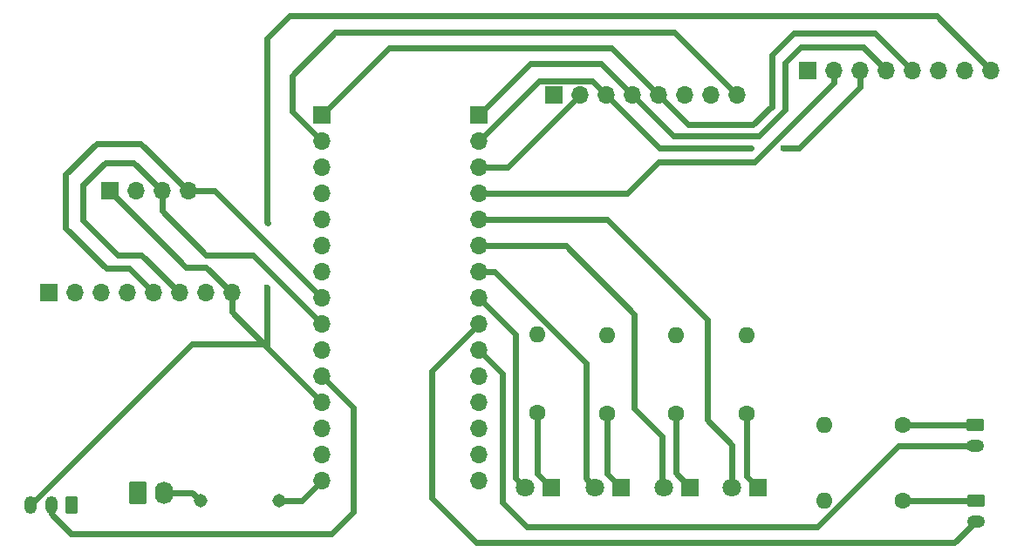
<source format=gbr>
%TF.GenerationSoftware,KiCad,Pcbnew,8.0.8*%
%TF.CreationDate,2025-03-12T21:32:49-06:00*%
%TF.ProjectId,Final_Project_New_Design,46696e61-6c5f-4507-926f-6a6563745f4e,rev?*%
%TF.SameCoordinates,Original*%
%TF.FileFunction,Copper,L1,Top*%
%TF.FilePolarity,Positive*%
%FSLAX46Y46*%
G04 Gerber Fmt 4.6, Leading zero omitted, Abs format (unit mm)*
G04 Created by KiCad (PCBNEW 8.0.8) date 2025-03-12 21:32:49*
%MOMM*%
%LPD*%
G01*
G04 APERTURE LIST*
G04 Aperture macros list*
%AMRoundRect*
0 Rectangle with rounded corners*
0 $1 Rounding radius*
0 $2 $3 $4 $5 $6 $7 $8 $9 X,Y pos of 4 corners*
0 Add a 4 corners polygon primitive as box body*
4,1,4,$2,$3,$4,$5,$6,$7,$8,$9,$2,$3,0*
0 Add four circle primitives for the rounded corners*
1,1,$1+$1,$2,$3*
1,1,$1+$1,$4,$5*
1,1,$1+$1,$6,$7*
1,1,$1+$1,$8,$9*
0 Add four rect primitives between the rounded corners*
20,1,$1+$1,$2,$3,$4,$5,0*
20,1,$1+$1,$4,$5,$6,$7,0*
20,1,$1+$1,$6,$7,$8,$9,0*
20,1,$1+$1,$8,$9,$2,$3,0*%
G04 Aperture macros list end*
%TA.AperFunction,ComponentPad*%
%ADD10C,1.308000*%
%TD*%
%TA.AperFunction,ComponentPad*%
%ADD11R,1.800000X1.800000*%
%TD*%
%TA.AperFunction,ComponentPad*%
%ADD12C,1.800000*%
%TD*%
%TA.AperFunction,ComponentPad*%
%ADD13RoundRect,0.250000X0.350000X0.625000X-0.350000X0.625000X-0.350000X-0.625000X0.350000X-0.625000X0*%
%TD*%
%TA.AperFunction,ComponentPad*%
%ADD14O,1.200000X1.750000*%
%TD*%
%TA.AperFunction,ComponentPad*%
%ADD15C,1.600000*%
%TD*%
%TA.AperFunction,ComponentPad*%
%ADD16O,1.600000X1.600000*%
%TD*%
%TA.AperFunction,ComponentPad*%
%ADD17R,1.700000X1.700000*%
%TD*%
%TA.AperFunction,ComponentPad*%
%ADD18O,1.700000X1.700000*%
%TD*%
%TA.AperFunction,ComponentPad*%
%ADD19RoundRect,0.250000X-0.620000X-0.845000X0.620000X-0.845000X0.620000X0.845000X-0.620000X0.845000X0*%
%TD*%
%TA.AperFunction,ComponentPad*%
%ADD20O,1.740000X2.190000*%
%TD*%
%TA.AperFunction,ComponentPad*%
%ADD21RoundRect,0.250000X-0.625000X0.350000X-0.625000X-0.350000X0.625000X-0.350000X0.625000X0.350000X0*%
%TD*%
%TA.AperFunction,ComponentPad*%
%ADD22O,1.750000X1.200000*%
%TD*%
%TA.AperFunction,ViaPad*%
%ADD23C,0.600000*%
%TD*%
%TA.AperFunction,Conductor*%
%ADD24C,0.600000*%
%TD*%
G04 APERTURE END LIST*
D10*
%TO.P,SW1,1,A*%
%TO.N,Net-(J10-Pin_2)*%
X137450000Y-99500000D03*
%TO.P,SW1,2,B*%
%TO.N,/VIN*%
X145070000Y-99500000D03*
%TD*%
D11*
%TO.P,D3,1,K*%
%TO.N,Net-(D3-K)*%
X178280000Y-98200000D03*
D12*
%TO.P,D3,2,A*%
%TO.N,/HUMIDITY_LED*%
X175740000Y-98200000D03*
%TD*%
D13*
%TO.P,J9,1,Pin_1*%
%TO.N,GND*%
X124950000Y-99860000D03*
D14*
%TO.P,J9,2,Pin_2*%
%TO.N,/EXTERNAL_TEMP*%
X122950000Y-99860000D03*
%TO.P,J9,3,Pin_3*%
%TO.N,+5V*%
X120950000Y-99860000D03*
%TD*%
D15*
%TO.P,R5,1*%
%TO.N,Net-(J3-Pin_1)*%
X205600000Y-99490000D03*
D16*
%TO.P,R5,2*%
%TO.N,GND*%
X197980000Y-99490000D03*
%TD*%
D15*
%TO.P,R4,1*%
%TO.N,Net-(D4-K)*%
X170120000Y-90930000D03*
D16*
%TO.P,R4,2*%
%TO.N,GND*%
X170120000Y-83310000D03*
%TD*%
D17*
%TO.P,J6,1,Pin_1*%
%TO.N,+5V*%
X128620000Y-69340000D03*
D18*
%TO.P,J6,2,Pin_2*%
%TO.N,GND*%
X131160000Y-69340000D03*
%TO.P,J6,3,Pin_3*%
%TO.N,/SCL*%
X133700000Y-69340000D03*
%TO.P,J6,4,Pin_4*%
%TO.N,/SDA*%
X136240000Y-69340000D03*
%TD*%
D19*
%TO.P,J10,1,Pin_1*%
%TO.N,GND*%
X131360000Y-98690000D03*
D20*
%TO.P,J10,2,Pin_2*%
%TO.N,Net-(J10-Pin_2)*%
X133900000Y-98690000D03*
%TD*%
D17*
%TO.P,J5,1,Pin_1*%
%TO.N,unconnected-(J5-Pin_1-Pad1)*%
X171745000Y-60010000D03*
D18*
%TO.P,J5,2,Pin_2*%
%TO.N,/CS0*%
X174285000Y-60010000D03*
%TO.P,J5,3,Pin_3*%
%TO.N,/MOSI*%
X176825000Y-60010000D03*
%TO.P,J5,4,Pin_4*%
%TO.N,/MISO*%
X179365000Y-60010000D03*
%TO.P,J5,5,Pin_5*%
%TO.N,/SCK*%
X181905000Y-60010000D03*
%TO.P,J5,6,Pin_6*%
%TO.N,GND*%
X184445000Y-60010000D03*
%TO.P,J5,7,Pin_7*%
%TO.N,unconnected-(J5-Pin_7-Pad7)*%
X186985000Y-60010000D03*
%TO.P,J5,8,Pin_8*%
%TO.N,+3V3*%
X189525000Y-60010000D03*
%TD*%
D11*
%TO.P,D1,1,K*%
%TO.N,Net-(D1-K)*%
X191580000Y-98200000D03*
D12*
%TO.P,D1,2,A*%
%TO.N,/IMU_LED*%
X189040000Y-98200000D03*
%TD*%
D17*
%TO.P,J8,1,Pin_1*%
%TO.N,unconnected-(J8-Pin_1-Pad1)*%
X122695000Y-79230000D03*
D18*
%TO.P,J8,2,Pin_2*%
%TO.N,unconnected-(J8-Pin_2-Pad2)*%
X125235000Y-79230000D03*
%TO.P,J8,3,Pin_3*%
%TO.N,unconnected-(J8-Pin_3-Pad3)*%
X127775000Y-79230000D03*
%TO.P,J8,4,Pin_4*%
%TO.N,unconnected-(J8-Pin_4-Pad4)*%
X130315000Y-79230000D03*
%TO.P,J8,5,Pin_5*%
%TO.N,/SDA*%
X132855000Y-79230000D03*
%TO.P,J8,6,Pin_6*%
%TO.N,/SCL*%
X135395000Y-79230000D03*
%TO.P,J8,7,Pin_7*%
%TO.N,GND*%
X137935000Y-79230000D03*
%TO.P,J8,8,Pin_8*%
%TO.N,+5V*%
X140475000Y-79230000D03*
%TD*%
D15*
%TO.P,R2,1*%
%TO.N,Net-(D2-K)*%
X183580000Y-91010000D03*
D16*
%TO.P,R2,2*%
%TO.N,GND*%
X183580000Y-83390000D03*
%TD*%
D21*
%TO.P,J4,1,Pin_1*%
%TO.N,Net-(J4-Pin_1)*%
X212680000Y-92130000D03*
D22*
%TO.P,J4,2,Pin_2*%
%TO.N,/INTERNAL_TEMP_LED*%
X212680000Y-94130000D03*
%TD*%
D15*
%TO.P,R6,1*%
%TO.N,Net-(J4-Pin_1)*%
X205600000Y-92090000D03*
D16*
%TO.P,R6,2*%
%TO.N,GND*%
X197980000Y-92090000D03*
%TD*%
D15*
%TO.P,R1,1*%
%TO.N,Net-(D1-K)*%
X190460000Y-91010000D03*
D16*
%TO.P,R1,2*%
%TO.N,GND*%
X190460000Y-83390000D03*
%TD*%
D11*
%TO.P,D2,1,K*%
%TO.N,Net-(D2-K)*%
X184980000Y-98200000D03*
D12*
%TO.P,D2,2,A*%
%TO.N,/PRESSURE_LED*%
X182440000Y-98200000D03*
%TD*%
D21*
%TO.P,J3,1,Pin_1*%
%TO.N,Net-(J3-Pin_1)*%
X212700000Y-99490000D03*
D22*
%TO.P,J3,2,Pin_2*%
%TO.N,/POWER_LED*%
X212700000Y-101490000D03*
%TD*%
D17*
%TO.P,J7,1,Pin_1*%
%TO.N,unconnected-(J7-Pin_1-Pad1)*%
X196400000Y-57610000D03*
D18*
%TO.P,J7,2,Pin_2*%
%TO.N,/CS1*%
X198940000Y-57610000D03*
%TO.P,J7,3,Pin_3*%
%TO.N,/MOSI*%
X201480000Y-57610000D03*
%TO.P,J7,4,Pin_4*%
%TO.N,/MISO*%
X204020000Y-57610000D03*
%TO.P,J7,5,Pin_5*%
%TO.N,/SCK*%
X206560000Y-57610000D03*
%TO.P,J7,6,Pin_6*%
%TO.N,GND*%
X209100000Y-57610000D03*
%TO.P,J7,7,Pin_7*%
%TO.N,unconnected-(J7-Pin_7-Pad7)*%
X211640000Y-57610000D03*
%TO.P,J7,8,Pin_8*%
%TO.N,+5V*%
X214180000Y-57610000D03*
%TD*%
D15*
%TO.P,R3,1*%
%TO.N,Net-(D3-K)*%
X176930000Y-91010000D03*
D16*
%TO.P,R3,2*%
%TO.N,GND*%
X176930000Y-83390000D03*
%TD*%
D11*
%TO.P,D4,1,K*%
%TO.N,Net-(D4-K)*%
X171480000Y-98200000D03*
D12*
%TO.P,D4,2,A*%
%TO.N,/EXTERNAL_TEMP_LED*%
X168940000Y-98200000D03*
%TD*%
D17*
%TO.P,J1,1,Pin_1*%
%TO.N,/SCK*%
X149240000Y-61960000D03*
D18*
%TO.P,J1,2,Pin_2*%
%TO.N,+3V3*%
X149240000Y-64500000D03*
%TO.P,J1,3,Pin_3*%
%TO.N,unconnected-(J1-Pin_3-Pad3)*%
X149240000Y-67040000D03*
%TO.P,J1,4,Pin_4*%
%TO.N,unconnected-(J1-Pin_4-Pad4)*%
X149240000Y-69580000D03*
%TO.P,J1,5,Pin_5*%
%TO.N,unconnected-(J1-Pin_5-Pad5)*%
X149240000Y-72120000D03*
%TO.P,J1,6,Pin_6*%
%TO.N,unconnected-(J1-Pin_6-Pad6)*%
X149240000Y-74660000D03*
%TO.P,J1,7,Pin_7*%
%TO.N,unconnected-(J1-Pin_7-Pad7)*%
X149240000Y-77200000D03*
%TO.P,J1,8,Pin_8*%
%TO.N,/SDA*%
X149240000Y-79740000D03*
%TO.P,J1,9,Pin_9*%
%TO.N,/SCL*%
X149240000Y-82280000D03*
%TO.P,J1,10,Pin_10*%
%TO.N,unconnected-(J1-Pin_10-Pad10)*%
X149240000Y-84820000D03*
%TO.P,J1,11,Pin_11*%
%TO.N,/EXTERNAL_TEMP*%
X149240000Y-87360000D03*
%TO.P,J1,12,Pin_12*%
%TO.N,+5V*%
X149240000Y-89900000D03*
%TO.P,J1,13,Pin_13*%
%TO.N,unconnected-(J1-Pin_13-Pad13)*%
X149240000Y-92440000D03*
%TO.P,J1,14,Pin_14*%
%TO.N,GND*%
X149240000Y-94980000D03*
%TO.P,J1,15,Pin_15*%
%TO.N,/VIN*%
X149240000Y-97520000D03*
%TD*%
D17*
%TO.P,J2,1,Pin_1*%
%TO.N,/MISO*%
X164480000Y-61960000D03*
D18*
%TO.P,J2,2,Pin_2*%
%TO.N,/MOSI*%
X164480000Y-64500000D03*
%TO.P,J2,3,Pin_3*%
%TO.N,/CS0*%
X164480000Y-67040000D03*
%TO.P,J2,4,Pin_4*%
%TO.N,/CS1*%
X164480000Y-69580000D03*
%TO.P,J2,5,Pin_5*%
%TO.N,/IMU_LED*%
X164480000Y-72120000D03*
%TO.P,J2,6,Pin_6*%
%TO.N,/PRESSURE_LED*%
X164480000Y-74660000D03*
%TO.P,J2,7,Pin_7*%
%TO.N,/HUMIDITY_LED*%
X164480000Y-77200000D03*
%TO.P,J2,8,Pin_8*%
%TO.N,/EXTERNAL_TEMP_LED*%
X164480000Y-79740000D03*
%TO.P,J2,9,Pin_9*%
%TO.N,/POWER_LED*%
X164480000Y-82280000D03*
%TO.P,J2,10,Pin_10*%
%TO.N,/INTERNAL_TEMP_LED*%
X164480000Y-84820000D03*
%TO.P,J2,11,Pin_11*%
%TO.N,unconnected-(J2-Pin_11-Pad11)*%
X164480000Y-87360000D03*
%TO.P,J2,12,Pin_12*%
%TO.N,GND*%
X164480000Y-89900000D03*
%TO.P,J2,13,Pin_13*%
%TO.N,unconnected-(J2-Pin_13-Pad13)*%
X164480000Y-92440000D03*
%TO.P,J2,14,Pin_14*%
%TO.N,unconnected-(J2-Pin_14-Pad14)*%
X164480000Y-94980000D03*
%TO.P,J2,15,Pin_15*%
%TO.N,unconnected-(J2-Pin_15-Pad15)*%
X164480000Y-97520000D03*
%TD*%
D23*
%TO.N,+5V*%
X143900000Y-78770000D03*
X143970000Y-72490000D03*
%TO.N,/MOSI*%
X190860000Y-65200000D03*
X194020000Y-65220000D03*
%TD*%
D24*
%TO.N,/VIN*%
X145070000Y-99500000D02*
X147260000Y-99500000D01*
X147260000Y-99500000D02*
X149240000Y-97520000D01*
%TO.N,/IMU_LED*%
X186640000Y-81860000D02*
X176900000Y-72120000D01*
X176900000Y-72120000D02*
X164480000Y-72120000D01*
X186640000Y-91620000D02*
X186640000Y-81860000D01*
X189040000Y-94020000D02*
X186640000Y-91620000D01*
X189040000Y-98200000D02*
X189040000Y-94020000D01*
%TO.N,Net-(D1-K)*%
X190460000Y-91010000D02*
X190460000Y-97080000D01*
X190460000Y-97080000D02*
X191580000Y-98200000D01*
%TO.N,/PRESSURE_LED*%
X182280000Y-98040000D02*
X182280000Y-93220000D01*
X172890000Y-74660000D02*
X164480000Y-74660000D01*
X182280000Y-93220000D02*
X179560000Y-90500000D01*
X179560000Y-90500000D02*
X179560000Y-81330000D01*
X179560000Y-81330000D02*
X172890000Y-74660000D01*
%TO.N,Net-(D2-K)*%
X183580000Y-91010000D02*
X183580000Y-96800000D01*
X183580000Y-96800000D02*
X184980000Y-98200000D01*
%TO.N,Net-(D3-K)*%
X176930000Y-96850000D02*
X178280000Y-98200000D01*
X176930000Y-91010000D02*
X176930000Y-96850000D01*
%TO.N,/HUMIDITY_LED*%
X175740000Y-98200000D02*
X174840000Y-97300000D01*
X165970000Y-77200000D02*
X164480000Y-77200000D01*
X174840000Y-86070000D02*
X165970000Y-77200000D01*
X174840000Y-97300000D02*
X174840000Y-86070000D01*
%TO.N,/EXTERNAL_TEMP_LED*%
X168940000Y-98200000D02*
X168040000Y-97300000D01*
X168040000Y-97300000D02*
X168040000Y-83300000D01*
X168040000Y-83300000D02*
X164480000Y-79740000D01*
%TO.N,Net-(D4-K)*%
X170120000Y-90930000D02*
X170120000Y-96840000D01*
X170120000Y-96840000D02*
X171480000Y-98200000D01*
%TO.N,+5V*%
X214180000Y-57610000D02*
X208910000Y-52340000D01*
X136615000Y-84195000D02*
X143535000Y-84195000D01*
X143900000Y-78770000D02*
X143900000Y-84560000D01*
X143900000Y-54550000D02*
X143900000Y-72420000D01*
X143900000Y-72420000D02*
X143970000Y-72490000D01*
X136040000Y-76760000D02*
X138005000Y-76760000D01*
X143900000Y-84560000D02*
X144305000Y-84965000D01*
X208910000Y-52340000D02*
X146110000Y-52340000D01*
X138005000Y-76760000D02*
X140475000Y-79230000D01*
X128620000Y-69340000D02*
X136040000Y-76760000D01*
X140475000Y-81135000D02*
X143535000Y-84195000D01*
X143535000Y-84195000D02*
X144305000Y-84965000D01*
X120950000Y-99860000D02*
X136615000Y-84195000D01*
X140475000Y-79230000D02*
X140475000Y-81135000D01*
X144305000Y-84965000D02*
X149240000Y-89900000D01*
X146110000Y-52340000D02*
X143900000Y-54550000D01*
%TO.N,/SCK*%
X177315000Y-55420000D02*
X155780000Y-55420000D01*
X191040000Y-62930000D02*
X184825000Y-62930000D01*
X155780000Y-55420000D02*
X149240000Y-61960000D01*
X202930000Y-53980000D02*
X195000000Y-53980000D01*
X195000000Y-53980000D02*
X192890000Y-56090000D01*
X192890000Y-56090000D02*
X192890000Y-61180000D01*
X192890000Y-61180000D02*
X192790000Y-61180000D01*
X184825000Y-62930000D02*
X181905000Y-60010000D01*
X206560000Y-57610000D02*
X202930000Y-53980000D01*
X192790000Y-61180000D02*
X191040000Y-62930000D01*
X181905000Y-60010000D02*
X177315000Y-55420000D01*
%TO.N,/EXTERNAL_TEMP*%
X152300000Y-100570000D02*
X150190000Y-102680000D01*
X150190000Y-102680000D02*
X124845000Y-102680000D01*
X152300000Y-90420000D02*
X152300000Y-100570000D01*
X149240000Y-87360000D02*
X152300000Y-90420000D01*
X124845000Y-102680000D02*
X122950000Y-100785000D01*
X122950000Y-100785000D02*
X122950000Y-99860000D01*
%TO.N,/SDA*%
X127370000Y-64740000D02*
X131640000Y-64740000D01*
X136240000Y-69340000D02*
X138840000Y-69340000D01*
X131640000Y-64740000D02*
X136240000Y-69340000D01*
X124360000Y-67750000D02*
X127370000Y-64740000D01*
X132855000Y-79230000D02*
X130515000Y-76890000D01*
X138840000Y-69340000D02*
X149240000Y-79740000D01*
X128280000Y-76890000D02*
X124360000Y-72970000D01*
X130515000Y-76890000D02*
X128280000Y-76890000D01*
X124360000Y-72970000D02*
X124360000Y-67750000D01*
%TO.N,/SCL*%
X126050000Y-72170000D02*
X126050000Y-68750000D01*
X137980000Y-75570000D02*
X133700000Y-71290000D01*
X133700000Y-69340000D02*
X130970000Y-66610000D01*
X129450000Y-75570000D02*
X126050000Y-72170000D01*
X126050000Y-68750000D02*
X128190000Y-66610000D01*
X149240000Y-82280000D02*
X142530000Y-75570000D01*
X142530000Y-75570000D02*
X137980000Y-75570000D01*
X131735000Y-75570000D02*
X129450000Y-75570000D01*
X130970000Y-66610000D02*
X128190000Y-66610000D01*
X133700000Y-71290000D02*
X133700000Y-69340000D01*
X135395000Y-79230000D02*
X131735000Y-75570000D01*
%TO.N,+3V3*%
X150520000Y-53930000D02*
X146330000Y-58120000D01*
X189525000Y-60010000D02*
X183445000Y-53930000D01*
X146330000Y-61590000D02*
X149240000Y-64500000D01*
X146330000Y-58120000D02*
X146330000Y-61590000D01*
X183445000Y-53930000D02*
X150520000Y-53930000D01*
%TO.N,/INTERNAL_TEMP_LED*%
X205178478Y-94130000D02*
X197328478Y-101980000D01*
X166780000Y-87120000D02*
X164480000Y-84820000D01*
X166780000Y-99640000D02*
X166780000Y-87120000D01*
X197328478Y-101980000D02*
X169120000Y-101980000D01*
X169120000Y-101980000D02*
X166780000Y-99640000D01*
X212680000Y-94130000D02*
X205178478Y-94130000D01*
%TO.N,/CS0*%
X167255000Y-67040000D02*
X164480000Y-67040000D01*
X174285000Y-60010000D02*
X167255000Y-67040000D01*
%TO.N,/CS1*%
X164480000Y-69580000D02*
X178870000Y-69580000D01*
X178870000Y-69580000D02*
X181910000Y-66540000D01*
X198940000Y-58812081D02*
X198940000Y-57610000D01*
X181910000Y-66540000D02*
X191212081Y-66540000D01*
X191212081Y-66540000D02*
X198940000Y-58812081D01*
%TO.N,/POWER_LED*%
X164200000Y-103550000D02*
X159860000Y-99210000D01*
X159860000Y-86900000D02*
X164480000Y-82280000D01*
X210640000Y-103550000D02*
X164200000Y-103550000D01*
X159860000Y-99210000D02*
X159860000Y-86900000D01*
X212700000Y-101490000D02*
X210640000Y-103550000D01*
%TO.N,/MOSI*%
X195510000Y-65220000D02*
X201480000Y-59250000D01*
X175475000Y-58660000D02*
X170320000Y-58660000D01*
X182005000Y-65190000D02*
X190850000Y-65190000D01*
X201480000Y-59250000D02*
X201480000Y-57610000D01*
X194020000Y-65220000D02*
X195510000Y-65220000D01*
X176825000Y-60010000D02*
X182005000Y-65190000D01*
X170320000Y-58660000D02*
X164480000Y-64500000D01*
X176825000Y-60010000D02*
X175475000Y-58660000D01*
X190850000Y-65190000D02*
X190860000Y-65200000D01*
%TO.N,/MISO*%
X194180000Y-56910000D02*
X194180000Y-61460000D01*
X176295000Y-56940000D02*
X169500000Y-56940000D01*
X191670000Y-63970000D02*
X183325000Y-63970000D01*
X194180000Y-61460000D02*
X191670000Y-63970000D01*
X204020000Y-57610000D02*
X201780000Y-55370000D01*
X201780000Y-55370000D02*
X195720000Y-55370000D01*
X195720000Y-55370000D02*
X194180000Y-56910000D01*
X183325000Y-63970000D02*
X179365000Y-60010000D01*
X169500000Y-56940000D02*
X164480000Y-61960000D01*
X179365000Y-60010000D02*
X176295000Y-56940000D01*
%TO.N,Net-(J3-Pin_1)*%
X205600000Y-99490000D02*
X212700000Y-99490000D01*
%TO.N,Net-(J4-Pin_1)*%
X205600000Y-92090000D02*
X212640000Y-92090000D01*
%TO.N,Net-(J10-Pin_2)*%
X136640000Y-98690000D02*
X137450000Y-99500000D01*
X133900000Y-98690000D02*
X136640000Y-98690000D01*
%TD*%
M02*

</source>
